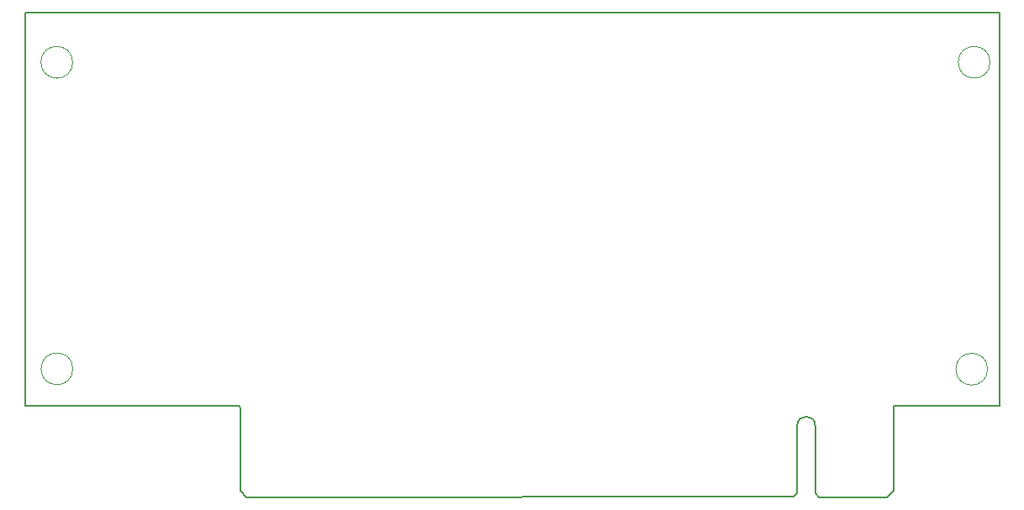
<source format=gm1>
G04 #@! TF.GenerationSoftware,KiCad,Pcbnew,8.0.4*
G04 #@! TF.CreationDate,2024-08-09T20:42:02+03:00*
G04 #@! TF.ProjectId,mpf-ii-bus-adapter,6d70662d-6969-42d6-9275-732d61646170,A*
G04 #@! TF.SameCoordinates,Original*
G04 #@! TF.FileFunction,Profile,NP*
%FSLAX46Y46*%
G04 Gerber Fmt 4.6, Leading zero omitted, Abs format (unit mm)*
G04 Created by KiCad (PCBNEW 8.0.4) date 2024-08-09 20:42:02*
%MOMM*%
%LPD*%
G01*
G04 APERTURE LIST*
G04 #@! TA.AperFunction,Profile*
%ADD10C,0.150000*%
G04 #@! TD*
G04 #@! TA.AperFunction,Profile*
%ADD11C,0.050000*%
G04 #@! TD*
G04 APERTURE END LIST*
D10*
X193000000Y-71500000D02*
X193000000Y-111150000D01*
X116500000Y-111150000D02*
X94900000Y-111150000D01*
D11*
X99690781Y-76500000D02*
G75*
G02*
X96489219Y-76500000I-1600781J0D01*
G01*
X96489219Y-76500000D02*
G75*
G02*
X99690781Y-76500000I1600781J0D01*
G01*
D10*
X94900000Y-111150000D02*
X94900000Y-71500000D01*
X116570000Y-111430000D02*
X116500000Y-111150000D01*
D11*
X99700781Y-107390781D02*
G75*
G02*
X96499219Y-107390781I-1600781J0D01*
G01*
X96499219Y-107390781D02*
G75*
G02*
X99700781Y-107390781I1600781J0D01*
G01*
D10*
X193000000Y-111150000D02*
X182350000Y-111160000D01*
X182353000Y-112825000D02*
X182350000Y-111160000D01*
D11*
X191825781Y-107425000D02*
G75*
G02*
X188624219Y-107425000I-1600781J0D01*
G01*
X188624219Y-107425000D02*
G75*
G02*
X191825781Y-107425000I1600781J0D01*
G01*
X192070781Y-76500000D02*
G75*
G02*
X188869219Y-76500000I-1600781J0D01*
G01*
X188869219Y-76500000D02*
G75*
G02*
X192070781Y-76500000I1600781J0D01*
G01*
D10*
X116567000Y-112825000D02*
X116570000Y-111430000D01*
X94900000Y-71500000D02*
X193000000Y-71500000D01*
X116567000Y-119683000D02*
X116567000Y-112825000D01*
X117202000Y-120318000D02*
X116567000Y-119683000D01*
X172260000Y-120300000D02*
X117202000Y-120318000D01*
X172660000Y-113100000D02*
X172660000Y-119900000D01*
X172660000Y-119900000D02*
X172260000Y-120300000D01*
X174460000Y-113100000D02*
X174460000Y-119900000D01*
X174460000Y-119900000D02*
X174859997Y-120318003D01*
X181718000Y-120318000D02*
X174860000Y-120318000D01*
X181718000Y-120318000D02*
X182353000Y-119683000D01*
X182353000Y-112825000D02*
X182353000Y-119683000D01*
X172660000Y-113100000D02*
G75*
G02*
X174460000Y-113100000I900000J0D01*
G01*
M02*

</source>
